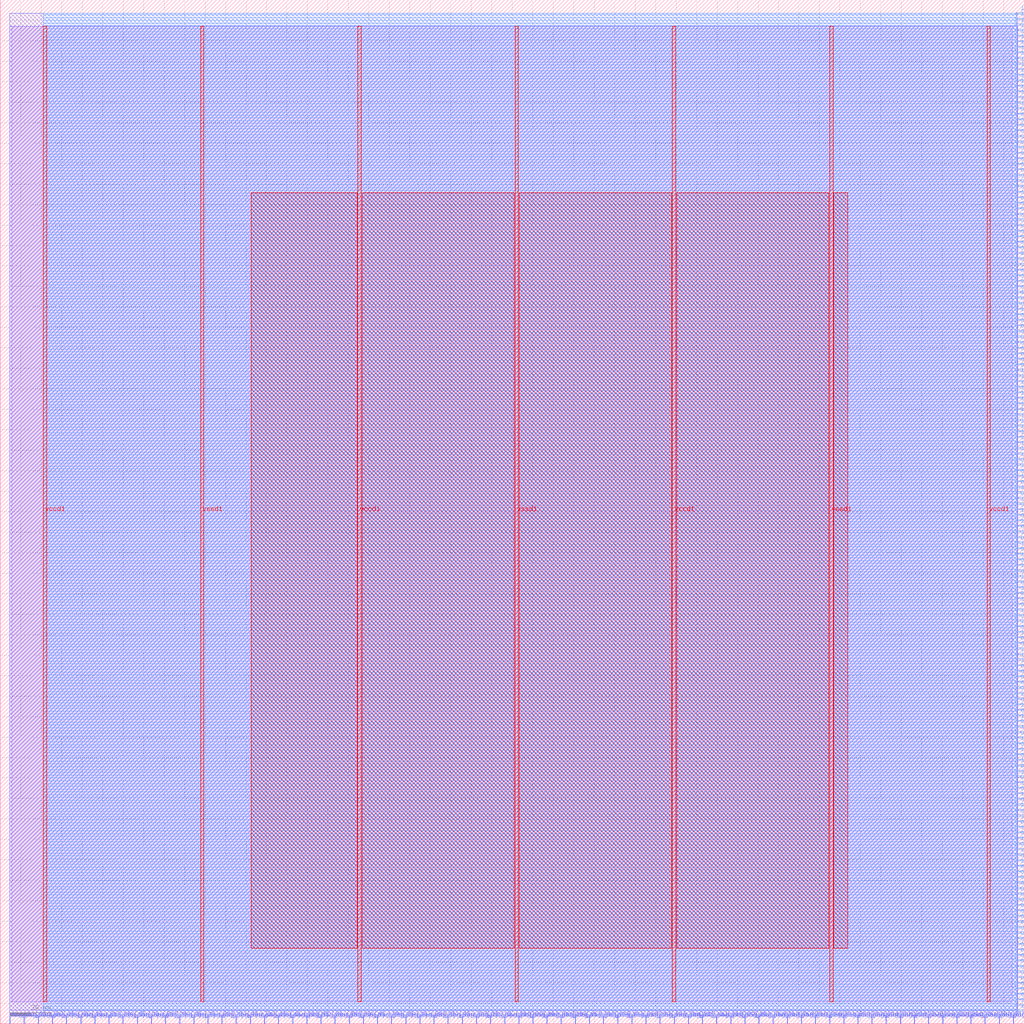
<source format=lef>
VERSION 5.7 ;
  NOWIREEXTENSIONATPIN ON ;
  DIVIDERCHAR "/" ;
  BUSBITCHARS "[]" ;
MACRO core
  CLASS BLOCK ;
  FOREIGN core ;
  ORIGIN 0.000 0.000 ;
  SIZE 500.000 BY 500.000 ;
  PIN dbg_in[0]
    DIRECTION INPUT ;
    USE SIGNAL ;
    PORT
      LAYER met2 ;
        RECT 4.690 0.000 4.970 4.000 ;
    END
  END dbg_in[0]
  PIN dbg_in[1]
    DIRECTION INPUT ;
    USE SIGNAL ;
    PORT
      LAYER met2 ;
        RECT 32.290 0.000 32.570 4.000 ;
    END
  END dbg_in[1]
  PIN dbg_in[2]
    DIRECTION INPUT ;
    USE SIGNAL ;
    PORT
      LAYER met2 ;
        RECT 59.890 0.000 60.170 4.000 ;
    END
  END dbg_in[2]
  PIN dbg_in[3]
    DIRECTION INPUT ;
    USE SIGNAL ;
    PORT
      LAYER met2 ;
        RECT 87.490 0.000 87.770 4.000 ;
    END
  END dbg_in[3]
  PIN dbg_out[0]
    DIRECTION OUTPUT TRISTATE ;
    USE SIGNAL ;
    PORT
      LAYER met2 ;
        RECT 11.590 0.000 11.870 4.000 ;
    END
  END dbg_out[0]
  PIN dbg_out[10]
    DIRECTION OUTPUT TRISTATE ;
    USE SIGNAL ;
    PORT
      LAYER met2 ;
        RECT 239.290 0.000 239.570 4.000 ;
    END
  END dbg_out[10]
  PIN dbg_out[11]
    DIRECTION OUTPUT TRISTATE ;
    USE SIGNAL ;
    PORT
      LAYER met2 ;
        RECT 259.990 0.000 260.270 4.000 ;
    END
  END dbg_out[11]
  PIN dbg_out[12]
    DIRECTION OUTPUT TRISTATE ;
    USE SIGNAL ;
    PORT
      LAYER met2 ;
        RECT 280.690 0.000 280.970 4.000 ;
    END
  END dbg_out[12]
  PIN dbg_out[13]
    DIRECTION OUTPUT TRISTATE ;
    USE SIGNAL ;
    PORT
      LAYER met2 ;
        RECT 301.390 0.000 301.670 4.000 ;
    END
  END dbg_out[13]
  PIN dbg_out[14]
    DIRECTION OUTPUT TRISTATE ;
    USE SIGNAL ;
    PORT
      LAYER met2 ;
        RECT 322.090 0.000 322.370 4.000 ;
    END
  END dbg_out[14]
  PIN dbg_out[15]
    DIRECTION OUTPUT TRISTATE ;
    USE SIGNAL ;
    PORT
      LAYER met2 ;
        RECT 342.790 0.000 343.070 4.000 ;
    END
  END dbg_out[15]
  PIN dbg_out[16]
    DIRECTION OUTPUT TRISTATE ;
    USE SIGNAL ;
    PORT
      LAYER met2 ;
        RECT 363.490 0.000 363.770 4.000 ;
    END
  END dbg_out[16]
  PIN dbg_out[17]
    DIRECTION OUTPUT TRISTATE ;
    USE SIGNAL ;
    PORT
      LAYER met2 ;
        RECT 370.390 0.000 370.670 4.000 ;
    END
  END dbg_out[17]
  PIN dbg_out[18]
    DIRECTION OUTPUT TRISTATE ;
    USE SIGNAL ;
    PORT
      LAYER met2 ;
        RECT 377.290 0.000 377.570 4.000 ;
    END
  END dbg_out[18]
  PIN dbg_out[19]
    DIRECTION OUTPUT TRISTATE ;
    USE SIGNAL ;
    PORT
      LAYER met2 ;
        RECT 384.190 0.000 384.470 4.000 ;
    END
  END dbg_out[19]
  PIN dbg_out[1]
    DIRECTION OUTPUT TRISTATE ;
    USE SIGNAL ;
    PORT
      LAYER met2 ;
        RECT 39.190 0.000 39.470 4.000 ;
    END
  END dbg_out[1]
  PIN dbg_out[20]
    DIRECTION OUTPUT TRISTATE ;
    USE SIGNAL ;
    PORT
      LAYER met2 ;
        RECT 391.090 0.000 391.370 4.000 ;
    END
  END dbg_out[20]
  PIN dbg_out[21]
    DIRECTION OUTPUT TRISTATE ;
    USE SIGNAL ;
    PORT
      LAYER met2 ;
        RECT 397.990 0.000 398.270 4.000 ;
    END
  END dbg_out[21]
  PIN dbg_out[22]
    DIRECTION OUTPUT TRISTATE ;
    USE SIGNAL ;
    PORT
      LAYER met2 ;
        RECT 404.890 0.000 405.170 4.000 ;
    END
  END dbg_out[22]
  PIN dbg_out[23]
    DIRECTION OUTPUT TRISTATE ;
    USE SIGNAL ;
    PORT
      LAYER met2 ;
        RECT 411.790 0.000 412.070 4.000 ;
    END
  END dbg_out[23]
  PIN dbg_out[24]
    DIRECTION OUTPUT TRISTATE ;
    USE SIGNAL ;
    PORT
      LAYER met2 ;
        RECT 418.690 0.000 418.970 4.000 ;
    END
  END dbg_out[24]
  PIN dbg_out[25]
    DIRECTION OUTPUT TRISTATE ;
    USE SIGNAL ;
    PORT
      LAYER met2 ;
        RECT 425.590 0.000 425.870 4.000 ;
    END
  END dbg_out[25]
  PIN dbg_out[26]
    DIRECTION OUTPUT TRISTATE ;
    USE SIGNAL ;
    PORT
      LAYER met2 ;
        RECT 432.490 0.000 432.770 4.000 ;
    END
  END dbg_out[26]
  PIN dbg_out[27]
    DIRECTION OUTPUT TRISTATE ;
    USE SIGNAL ;
    PORT
      LAYER met2 ;
        RECT 439.390 0.000 439.670 4.000 ;
    END
  END dbg_out[27]
  PIN dbg_out[28]
    DIRECTION OUTPUT TRISTATE ;
    USE SIGNAL ;
    PORT
      LAYER met2 ;
        RECT 446.290 0.000 446.570 4.000 ;
    END
  END dbg_out[28]
  PIN dbg_out[29]
    DIRECTION OUTPUT TRISTATE ;
    USE SIGNAL ;
    PORT
      LAYER met2 ;
        RECT 453.190 0.000 453.470 4.000 ;
    END
  END dbg_out[29]
  PIN dbg_out[2]
    DIRECTION OUTPUT TRISTATE ;
    USE SIGNAL ;
    PORT
      LAYER met2 ;
        RECT 66.790 0.000 67.070 4.000 ;
    END
  END dbg_out[2]
  PIN dbg_out[30]
    DIRECTION OUTPUT TRISTATE ;
    USE SIGNAL ;
    PORT
      LAYER met2 ;
        RECT 460.090 0.000 460.370 4.000 ;
    END
  END dbg_out[30]
  PIN dbg_out[31]
    DIRECTION OUTPUT TRISTATE ;
    USE SIGNAL ;
    PORT
      LAYER met2 ;
        RECT 466.990 0.000 467.270 4.000 ;
    END
  END dbg_out[31]
  PIN dbg_out[32]
    DIRECTION OUTPUT TRISTATE ;
    USE SIGNAL ;
    PORT
      LAYER met2 ;
        RECT 473.890 0.000 474.170 4.000 ;
    END
  END dbg_out[32]
  PIN dbg_out[33]
    DIRECTION OUTPUT TRISTATE ;
    USE SIGNAL ;
    PORT
      LAYER met2 ;
        RECT 480.790 0.000 481.070 4.000 ;
    END
  END dbg_out[33]
  PIN dbg_out[34]
    DIRECTION OUTPUT TRISTATE ;
    USE SIGNAL ;
    PORT
      LAYER met2 ;
        RECT 487.690 0.000 487.970 4.000 ;
    END
  END dbg_out[34]
  PIN dbg_out[35]
    DIRECTION OUTPUT TRISTATE ;
    USE SIGNAL ;
    PORT
      LAYER met2 ;
        RECT 494.590 0.000 494.870 4.000 ;
    END
  END dbg_out[35]
  PIN dbg_out[3]
    DIRECTION OUTPUT TRISTATE ;
    USE SIGNAL ;
    PORT
      LAYER met2 ;
        RECT 94.390 0.000 94.670 4.000 ;
    END
  END dbg_out[3]
  PIN dbg_out[4]
    DIRECTION OUTPUT TRISTATE ;
    USE SIGNAL ;
    PORT
      LAYER met2 ;
        RECT 115.090 0.000 115.370 4.000 ;
    END
  END dbg_out[4]
  PIN dbg_out[5]
    DIRECTION OUTPUT TRISTATE ;
    USE SIGNAL ;
    PORT
      LAYER met2 ;
        RECT 135.790 0.000 136.070 4.000 ;
    END
  END dbg_out[5]
  PIN dbg_out[6]
    DIRECTION OUTPUT TRISTATE ;
    USE SIGNAL ;
    PORT
      LAYER met2 ;
        RECT 156.490 0.000 156.770 4.000 ;
    END
  END dbg_out[6]
  PIN dbg_out[7]
    DIRECTION OUTPUT TRISTATE ;
    USE SIGNAL ;
    PORT
      LAYER met2 ;
        RECT 177.190 0.000 177.470 4.000 ;
    END
  END dbg_out[7]
  PIN dbg_out[8]
    DIRECTION OUTPUT TRISTATE ;
    USE SIGNAL ;
    PORT
      LAYER met2 ;
        RECT 197.890 0.000 198.170 4.000 ;
    END
  END dbg_out[8]
  PIN dbg_out[9]
    DIRECTION OUTPUT TRISTATE ;
    USE SIGNAL ;
    PORT
      LAYER met2 ;
        RECT 218.590 0.000 218.870 4.000 ;
    END
  END dbg_out[9]
  PIN dbg_pc[0]
    DIRECTION OUTPUT TRISTATE ;
    USE SIGNAL ;
    PORT
      LAYER met2 ;
        RECT 18.490 0.000 18.770 4.000 ;
    END
  END dbg_pc[0]
  PIN dbg_pc[10]
    DIRECTION OUTPUT TRISTATE ;
    USE SIGNAL ;
    PORT
      LAYER met2 ;
        RECT 246.190 0.000 246.470 4.000 ;
    END
  END dbg_pc[10]
  PIN dbg_pc[11]
    DIRECTION OUTPUT TRISTATE ;
    USE SIGNAL ;
    PORT
      LAYER met2 ;
        RECT 266.890 0.000 267.170 4.000 ;
    END
  END dbg_pc[11]
  PIN dbg_pc[12]
    DIRECTION OUTPUT TRISTATE ;
    USE SIGNAL ;
    PORT
      LAYER met2 ;
        RECT 287.590 0.000 287.870 4.000 ;
    END
  END dbg_pc[12]
  PIN dbg_pc[13]
    DIRECTION OUTPUT TRISTATE ;
    USE SIGNAL ;
    PORT
      LAYER met2 ;
        RECT 308.290 0.000 308.570 4.000 ;
    END
  END dbg_pc[13]
  PIN dbg_pc[14]
    DIRECTION OUTPUT TRISTATE ;
    USE SIGNAL ;
    PORT
      LAYER met2 ;
        RECT 328.990 0.000 329.270 4.000 ;
    END
  END dbg_pc[14]
  PIN dbg_pc[15]
    DIRECTION OUTPUT TRISTATE ;
    USE SIGNAL ;
    PORT
      LAYER met2 ;
        RECT 349.690 0.000 349.970 4.000 ;
    END
  END dbg_pc[15]
  PIN dbg_pc[1]
    DIRECTION OUTPUT TRISTATE ;
    USE SIGNAL ;
    PORT
      LAYER met2 ;
        RECT 46.090 0.000 46.370 4.000 ;
    END
  END dbg_pc[1]
  PIN dbg_pc[2]
    DIRECTION OUTPUT TRISTATE ;
    USE SIGNAL ;
    PORT
      LAYER met2 ;
        RECT 73.690 0.000 73.970 4.000 ;
    END
  END dbg_pc[2]
  PIN dbg_pc[3]
    DIRECTION OUTPUT TRISTATE ;
    USE SIGNAL ;
    PORT
      LAYER met2 ;
        RECT 101.290 0.000 101.570 4.000 ;
    END
  END dbg_pc[3]
  PIN dbg_pc[4]
    DIRECTION OUTPUT TRISTATE ;
    USE SIGNAL ;
    PORT
      LAYER met2 ;
        RECT 121.990 0.000 122.270 4.000 ;
    END
  END dbg_pc[4]
  PIN dbg_pc[5]
    DIRECTION OUTPUT TRISTATE ;
    USE SIGNAL ;
    PORT
      LAYER met2 ;
        RECT 142.690 0.000 142.970 4.000 ;
    END
  END dbg_pc[5]
  PIN dbg_pc[6]
    DIRECTION OUTPUT TRISTATE ;
    USE SIGNAL ;
    PORT
      LAYER met2 ;
        RECT 163.390 0.000 163.670 4.000 ;
    END
  END dbg_pc[6]
  PIN dbg_pc[7]
    DIRECTION OUTPUT TRISTATE ;
    USE SIGNAL ;
    PORT
      LAYER met2 ;
        RECT 184.090 0.000 184.370 4.000 ;
    END
  END dbg_pc[7]
  PIN dbg_pc[8]
    DIRECTION OUTPUT TRISTATE ;
    USE SIGNAL ;
    PORT
      LAYER met2 ;
        RECT 204.790 0.000 205.070 4.000 ;
    END
  END dbg_pc[8]
  PIN dbg_pc[9]
    DIRECTION OUTPUT TRISTATE ;
    USE SIGNAL ;
    PORT
      LAYER met2 ;
        RECT 225.490 0.000 225.770 4.000 ;
    END
  END dbg_pc[9]
  PIN dbg_r0[0]
    DIRECTION OUTPUT TRISTATE ;
    USE SIGNAL ;
    PORT
      LAYER met2 ;
        RECT 25.390 0.000 25.670 4.000 ;
    END
  END dbg_r0[0]
  PIN dbg_r0[10]
    DIRECTION OUTPUT TRISTATE ;
    USE SIGNAL ;
    PORT
      LAYER met2 ;
        RECT 253.090 0.000 253.370 4.000 ;
    END
  END dbg_r0[10]
  PIN dbg_r0[11]
    DIRECTION OUTPUT TRISTATE ;
    USE SIGNAL ;
    PORT
      LAYER met2 ;
        RECT 273.790 0.000 274.070 4.000 ;
    END
  END dbg_r0[11]
  PIN dbg_r0[12]
    DIRECTION OUTPUT TRISTATE ;
    USE SIGNAL ;
    PORT
      LAYER met2 ;
        RECT 294.490 0.000 294.770 4.000 ;
    END
  END dbg_r0[12]
  PIN dbg_r0[13]
    DIRECTION OUTPUT TRISTATE ;
    USE SIGNAL ;
    PORT
      LAYER met2 ;
        RECT 315.190 0.000 315.470 4.000 ;
    END
  END dbg_r0[13]
  PIN dbg_r0[14]
    DIRECTION OUTPUT TRISTATE ;
    USE SIGNAL ;
    PORT
      LAYER met2 ;
        RECT 335.890 0.000 336.170 4.000 ;
    END
  END dbg_r0[14]
  PIN dbg_r0[15]
    DIRECTION OUTPUT TRISTATE ;
    USE SIGNAL ;
    PORT
      LAYER met2 ;
        RECT 356.590 0.000 356.870 4.000 ;
    END
  END dbg_r0[15]
  PIN dbg_r0[1]
    DIRECTION OUTPUT TRISTATE ;
    USE SIGNAL ;
    PORT
      LAYER met2 ;
        RECT 52.990 0.000 53.270 4.000 ;
    END
  END dbg_r0[1]
  PIN dbg_r0[2]
    DIRECTION OUTPUT TRISTATE ;
    USE SIGNAL ;
    PORT
      LAYER met2 ;
        RECT 80.590 0.000 80.870 4.000 ;
    END
  END dbg_r0[2]
  PIN dbg_r0[3]
    DIRECTION OUTPUT TRISTATE ;
    USE SIGNAL ;
    PORT
      LAYER met2 ;
        RECT 108.190 0.000 108.470 4.000 ;
    END
  END dbg_r0[3]
  PIN dbg_r0[4]
    DIRECTION OUTPUT TRISTATE ;
    USE SIGNAL ;
    PORT
      LAYER met2 ;
        RECT 128.890 0.000 129.170 4.000 ;
    END
  END dbg_r0[4]
  PIN dbg_r0[5]
    DIRECTION OUTPUT TRISTATE ;
    USE SIGNAL ;
    PORT
      LAYER met2 ;
        RECT 149.590 0.000 149.870 4.000 ;
    END
  END dbg_r0[5]
  PIN dbg_r0[6]
    DIRECTION OUTPUT TRISTATE ;
    USE SIGNAL ;
    PORT
      LAYER met2 ;
        RECT 170.290 0.000 170.570 4.000 ;
    END
  END dbg_r0[6]
  PIN dbg_r0[7]
    DIRECTION OUTPUT TRISTATE ;
    USE SIGNAL ;
    PORT
      LAYER met2 ;
        RECT 190.990 0.000 191.270 4.000 ;
    END
  END dbg_r0[7]
  PIN dbg_r0[8]
    DIRECTION OUTPUT TRISTATE ;
    USE SIGNAL ;
    PORT
      LAYER met2 ;
        RECT 211.690 0.000 211.970 4.000 ;
    END
  END dbg_r0[8]
  PIN dbg_r0[9]
    DIRECTION OUTPUT TRISTATE ;
    USE SIGNAL ;
    PORT
      LAYER met2 ;
        RECT 232.390 0.000 232.670 4.000 ;
    END
  END dbg_r0[9]
  PIN i_clk
    DIRECTION INPUT ;
    USE SIGNAL ;
    PORT
      LAYER met3 ;
        RECT 496.000 6.160 500.000 6.760 ;
    END
  END i_clk
  PIN i_core_int_sreg[0]
    DIRECTION INPUT ;
    USE SIGNAL ;
    PORT
      LAYER met3 ;
        RECT 496.000 452.240 500.000 452.840 ;
    END
  END i_core_int_sreg[0]
  PIN i_core_int_sreg[10]
    DIRECTION INPUT ;
    USE SIGNAL ;
    PORT
      LAYER met3 ;
        RECT 496.000 479.440 500.000 480.040 ;
    END
  END i_core_int_sreg[10]
  PIN i_core_int_sreg[11]
    DIRECTION INPUT ;
    USE SIGNAL ;
    PORT
      LAYER met3 ;
        RECT 496.000 482.160 500.000 482.760 ;
    END
  END i_core_int_sreg[11]
  PIN i_core_int_sreg[12]
    DIRECTION INPUT ;
    USE SIGNAL ;
    PORT
      LAYER met3 ;
        RECT 496.000 484.880 500.000 485.480 ;
    END
  END i_core_int_sreg[12]
  PIN i_core_int_sreg[13]
    DIRECTION INPUT ;
    USE SIGNAL ;
    PORT
      LAYER met3 ;
        RECT 496.000 487.600 500.000 488.200 ;
    END
  END i_core_int_sreg[13]
  PIN i_core_int_sreg[14]
    DIRECTION INPUT ;
    USE SIGNAL ;
    PORT
      LAYER met3 ;
        RECT 496.000 490.320 500.000 490.920 ;
    END
  END i_core_int_sreg[14]
  PIN i_core_int_sreg[15]
    DIRECTION INPUT ;
    USE SIGNAL ;
    PORT
      LAYER met3 ;
        RECT 496.000 493.040 500.000 493.640 ;
    END
  END i_core_int_sreg[15]
  PIN i_core_int_sreg[1]
    DIRECTION INPUT ;
    USE SIGNAL ;
    PORT
      LAYER met3 ;
        RECT 496.000 454.960 500.000 455.560 ;
    END
  END i_core_int_sreg[1]
  PIN i_core_int_sreg[2]
    DIRECTION INPUT ;
    USE SIGNAL ;
    PORT
      LAYER met3 ;
        RECT 496.000 457.680 500.000 458.280 ;
    END
  END i_core_int_sreg[2]
  PIN i_core_int_sreg[3]
    DIRECTION INPUT ;
    USE SIGNAL ;
    PORT
      LAYER met3 ;
        RECT 496.000 460.400 500.000 461.000 ;
    END
  END i_core_int_sreg[3]
  PIN i_core_int_sreg[4]
    DIRECTION INPUT ;
    USE SIGNAL ;
    PORT
      LAYER met3 ;
        RECT 496.000 463.120 500.000 463.720 ;
    END
  END i_core_int_sreg[4]
  PIN i_core_int_sreg[5]
    DIRECTION INPUT ;
    USE SIGNAL ;
    PORT
      LAYER met3 ;
        RECT 496.000 465.840 500.000 466.440 ;
    END
  END i_core_int_sreg[5]
  PIN i_core_int_sreg[6]
    DIRECTION INPUT ;
    USE SIGNAL ;
    PORT
      LAYER met3 ;
        RECT 496.000 468.560 500.000 469.160 ;
    END
  END i_core_int_sreg[6]
  PIN i_core_int_sreg[7]
    DIRECTION INPUT ;
    USE SIGNAL ;
    PORT
      LAYER met3 ;
        RECT 496.000 471.280 500.000 471.880 ;
    END
  END i_core_int_sreg[7]
  PIN i_core_int_sreg[8]
    DIRECTION INPUT ;
    USE SIGNAL ;
    PORT
      LAYER met3 ;
        RECT 496.000 474.000 500.000 474.600 ;
    END
  END i_core_int_sreg[8]
  PIN i_core_int_sreg[9]
    DIRECTION INPUT ;
    USE SIGNAL ;
    PORT
      LAYER met3 ;
        RECT 496.000 476.720 500.000 477.320 ;
    END
  END i_core_int_sreg[9]
  PIN i_disable
    DIRECTION INPUT ;
    USE SIGNAL ;
    PORT
      LAYER met3 ;
        RECT 496.000 446.800 500.000 447.400 ;
    END
  END i_disable
  PIN i_irq
    DIRECTION INPUT ;
    USE SIGNAL ;
    PORT
      LAYER met3 ;
        RECT 496.000 346.160 500.000 346.760 ;
    END
  END i_irq
  PIN i_mc_core_int
    DIRECTION INPUT ;
    USE SIGNAL ;
    PORT
      LAYER met3 ;
        RECT 496.000 449.520 500.000 450.120 ;
    END
  END i_mc_core_int
  PIN i_mem_ack
    DIRECTION INPUT ;
    USE SIGNAL ;
    PORT
      LAYER met3 ;
        RECT 496.000 174.800 500.000 175.400 ;
    END
  END i_mem_ack
  PIN i_mem_data[0]
    DIRECTION INPUT ;
    USE SIGNAL ;
    PORT
      LAYER met3 ;
        RECT 496.000 76.880 500.000 77.480 ;
    END
  END i_mem_data[0]
  PIN i_mem_data[10]
    DIRECTION INPUT ;
    USE SIGNAL ;
    PORT
      LAYER met3 ;
        RECT 496.000 131.280 500.000 131.880 ;
    END
  END i_mem_data[10]
  PIN i_mem_data[11]
    DIRECTION INPUT ;
    USE SIGNAL ;
    PORT
      LAYER met3 ;
        RECT 496.000 136.720 500.000 137.320 ;
    END
  END i_mem_data[11]
  PIN i_mem_data[12]
    DIRECTION INPUT ;
    USE SIGNAL ;
    PORT
      LAYER met3 ;
        RECT 496.000 142.160 500.000 142.760 ;
    END
  END i_mem_data[12]
  PIN i_mem_data[13]
    DIRECTION INPUT ;
    USE SIGNAL ;
    PORT
      LAYER met3 ;
        RECT 496.000 147.600 500.000 148.200 ;
    END
  END i_mem_data[13]
  PIN i_mem_data[14]
    DIRECTION INPUT ;
    USE SIGNAL ;
    PORT
      LAYER met3 ;
        RECT 496.000 153.040 500.000 153.640 ;
    END
  END i_mem_data[14]
  PIN i_mem_data[15]
    DIRECTION INPUT ;
    USE SIGNAL ;
    PORT
      LAYER met3 ;
        RECT 496.000 158.480 500.000 159.080 ;
    END
  END i_mem_data[15]
  PIN i_mem_data[1]
    DIRECTION INPUT ;
    USE SIGNAL ;
    PORT
      LAYER met3 ;
        RECT 496.000 82.320 500.000 82.920 ;
    END
  END i_mem_data[1]
  PIN i_mem_data[2]
    DIRECTION INPUT ;
    USE SIGNAL ;
    PORT
      LAYER met3 ;
        RECT 496.000 87.760 500.000 88.360 ;
    END
  END i_mem_data[2]
  PIN i_mem_data[3]
    DIRECTION INPUT ;
    USE SIGNAL ;
    PORT
      LAYER met3 ;
        RECT 496.000 93.200 500.000 93.800 ;
    END
  END i_mem_data[3]
  PIN i_mem_data[4]
    DIRECTION INPUT ;
    USE SIGNAL ;
    PORT
      LAYER met3 ;
        RECT 496.000 98.640 500.000 99.240 ;
    END
  END i_mem_data[4]
  PIN i_mem_data[5]
    DIRECTION INPUT ;
    USE SIGNAL ;
    PORT
      LAYER met3 ;
        RECT 496.000 104.080 500.000 104.680 ;
    END
  END i_mem_data[5]
  PIN i_mem_data[6]
    DIRECTION INPUT ;
    USE SIGNAL ;
    PORT
      LAYER met3 ;
        RECT 496.000 109.520 500.000 110.120 ;
    END
  END i_mem_data[6]
  PIN i_mem_data[7]
    DIRECTION INPUT ;
    USE SIGNAL ;
    PORT
      LAYER met3 ;
        RECT 496.000 114.960 500.000 115.560 ;
    END
  END i_mem_data[7]
  PIN i_mem_data[8]
    DIRECTION INPUT ;
    USE SIGNAL ;
    PORT
      LAYER met3 ;
        RECT 496.000 120.400 500.000 121.000 ;
    END
  END i_mem_data[8]
  PIN i_mem_data[9]
    DIRECTION INPUT ;
    USE SIGNAL ;
    PORT
      LAYER met3 ;
        RECT 496.000 125.840 500.000 126.440 ;
    END
  END i_mem_data[9]
  PIN i_mem_exception
    DIRECTION INPUT ;
    USE SIGNAL ;
    PORT
      LAYER met3 ;
        RECT 496.000 177.520 500.000 178.120 ;
    END
  END i_mem_exception
  PIN i_req_data[0]
    DIRECTION INPUT ;
    USE SIGNAL ;
    PORT
      LAYER met3 ;
        RECT 496.000 188.400 500.000 189.000 ;
    END
  END i_req_data[0]
  PIN i_req_data[10]
    DIRECTION INPUT ;
    USE SIGNAL ;
    PORT
      LAYER met3 ;
        RECT 496.000 242.800 500.000 243.400 ;
    END
  END i_req_data[10]
  PIN i_req_data[11]
    DIRECTION INPUT ;
    USE SIGNAL ;
    PORT
      LAYER met3 ;
        RECT 496.000 248.240 500.000 248.840 ;
    END
  END i_req_data[11]
  PIN i_req_data[12]
    DIRECTION INPUT ;
    USE SIGNAL ;
    PORT
      LAYER met3 ;
        RECT 496.000 253.680 500.000 254.280 ;
    END
  END i_req_data[12]
  PIN i_req_data[13]
    DIRECTION INPUT ;
    USE SIGNAL ;
    PORT
      LAYER met3 ;
        RECT 496.000 259.120 500.000 259.720 ;
    END
  END i_req_data[13]
  PIN i_req_data[14]
    DIRECTION INPUT ;
    USE SIGNAL ;
    PORT
      LAYER met3 ;
        RECT 496.000 264.560 500.000 265.160 ;
    END
  END i_req_data[14]
  PIN i_req_data[15]
    DIRECTION INPUT ;
    USE SIGNAL ;
    PORT
      LAYER met3 ;
        RECT 496.000 270.000 500.000 270.600 ;
    END
  END i_req_data[15]
  PIN i_req_data[16]
    DIRECTION INPUT ;
    USE SIGNAL ;
    PORT
      LAYER met3 ;
        RECT 496.000 275.440 500.000 276.040 ;
    END
  END i_req_data[16]
  PIN i_req_data[17]
    DIRECTION INPUT ;
    USE SIGNAL ;
    PORT
      LAYER met3 ;
        RECT 496.000 278.160 500.000 278.760 ;
    END
  END i_req_data[17]
  PIN i_req_data[18]
    DIRECTION INPUT ;
    USE SIGNAL ;
    PORT
      LAYER met3 ;
        RECT 496.000 280.880 500.000 281.480 ;
    END
  END i_req_data[18]
  PIN i_req_data[19]
    DIRECTION INPUT ;
    USE SIGNAL ;
    PORT
      LAYER met3 ;
        RECT 496.000 283.600 500.000 284.200 ;
    END
  END i_req_data[19]
  PIN i_req_data[1]
    DIRECTION INPUT ;
    USE SIGNAL ;
    PORT
      LAYER met3 ;
        RECT 496.000 193.840 500.000 194.440 ;
    END
  END i_req_data[1]
  PIN i_req_data[20]
    DIRECTION INPUT ;
    USE SIGNAL ;
    PORT
      LAYER met3 ;
        RECT 496.000 286.320 500.000 286.920 ;
    END
  END i_req_data[20]
  PIN i_req_data[21]
    DIRECTION INPUT ;
    USE SIGNAL ;
    PORT
      LAYER met3 ;
        RECT 496.000 289.040 500.000 289.640 ;
    END
  END i_req_data[21]
  PIN i_req_data[22]
    DIRECTION INPUT ;
    USE SIGNAL ;
    PORT
      LAYER met3 ;
        RECT 496.000 291.760 500.000 292.360 ;
    END
  END i_req_data[22]
  PIN i_req_data[23]
    DIRECTION INPUT ;
    USE SIGNAL ;
    PORT
      LAYER met3 ;
        RECT 496.000 294.480 500.000 295.080 ;
    END
  END i_req_data[23]
  PIN i_req_data[24]
    DIRECTION INPUT ;
    USE SIGNAL ;
    PORT
      LAYER met3 ;
        RECT 496.000 297.200 500.000 297.800 ;
    END
  END i_req_data[24]
  PIN i_req_data[25]
    DIRECTION INPUT ;
    USE SIGNAL ;
    PORT
      LAYER met3 ;
        RECT 496.000 299.920 500.000 300.520 ;
    END
  END i_req_data[25]
  PIN i_req_data[26]
    DIRECTION INPUT ;
    USE SIGNAL ;
    PORT
      LAYER met3 ;
        RECT 496.000 302.640 500.000 303.240 ;
    END
  END i_req_data[26]
  PIN i_req_data[27]
    DIRECTION INPUT ;
    USE SIGNAL ;
    PORT
      LAYER met3 ;
        RECT 496.000 305.360 500.000 305.960 ;
    END
  END i_req_data[27]
  PIN i_req_data[28]
    DIRECTION INPUT ;
    USE SIGNAL ;
    PORT
      LAYER met3 ;
        RECT 496.000 308.080 500.000 308.680 ;
    END
  END i_req_data[28]
  PIN i_req_data[29]
    DIRECTION INPUT ;
    USE SIGNAL ;
    PORT
      LAYER met3 ;
        RECT 496.000 310.800 500.000 311.400 ;
    END
  END i_req_data[29]
  PIN i_req_data[2]
    DIRECTION INPUT ;
    USE SIGNAL ;
    PORT
      LAYER met3 ;
        RECT 496.000 199.280 500.000 199.880 ;
    END
  END i_req_data[2]
  PIN i_req_data[30]
    DIRECTION INPUT ;
    USE SIGNAL ;
    PORT
      LAYER met3 ;
        RECT 496.000 313.520 500.000 314.120 ;
    END
  END i_req_data[30]
  PIN i_req_data[31]
    DIRECTION INPUT ;
    USE SIGNAL ;
    PORT
      LAYER met3 ;
        RECT 496.000 316.240 500.000 316.840 ;
    END
  END i_req_data[31]
  PIN i_req_data[3]
    DIRECTION INPUT ;
    USE SIGNAL ;
    PORT
      LAYER met3 ;
        RECT 496.000 204.720 500.000 205.320 ;
    END
  END i_req_data[3]
  PIN i_req_data[4]
    DIRECTION INPUT ;
    USE SIGNAL ;
    PORT
      LAYER met3 ;
        RECT 496.000 210.160 500.000 210.760 ;
    END
  END i_req_data[4]
  PIN i_req_data[5]
    DIRECTION INPUT ;
    USE SIGNAL ;
    PORT
      LAYER met3 ;
        RECT 496.000 215.600 500.000 216.200 ;
    END
  END i_req_data[5]
  PIN i_req_data[6]
    DIRECTION INPUT ;
    USE SIGNAL ;
    PORT
      LAYER met3 ;
        RECT 496.000 221.040 500.000 221.640 ;
    END
  END i_req_data[6]
  PIN i_req_data[7]
    DIRECTION INPUT ;
    USE SIGNAL ;
    PORT
      LAYER met3 ;
        RECT 496.000 226.480 500.000 227.080 ;
    END
  END i_req_data[7]
  PIN i_req_data[8]
    DIRECTION INPUT ;
    USE SIGNAL ;
    PORT
      LAYER met3 ;
        RECT 496.000 231.920 500.000 232.520 ;
    END
  END i_req_data[8]
  PIN i_req_data[9]
    DIRECTION INPUT ;
    USE SIGNAL ;
    PORT
      LAYER met3 ;
        RECT 496.000 237.360 500.000 237.960 ;
    END
  END i_req_data[9]
  PIN i_req_data_valid
    DIRECTION INPUT ;
    USE SIGNAL ;
    PORT
      LAYER met3 ;
        RECT 496.000 180.240 500.000 180.840 ;
    END
  END i_req_data_valid
  PIN i_rst
    DIRECTION INPUT ;
    USE SIGNAL ;
    PORT
      LAYER met3 ;
        RECT 496.000 8.880 500.000 9.480 ;
    END
  END i_rst
  PIN o_c_data_page
    DIRECTION OUTPUT TRISTATE ;
    USE SIGNAL ;
    PORT
      LAYER met3 ;
        RECT 496.000 348.880 500.000 349.480 ;
    END
  END o_c_data_page
  PIN o_c_instr_long
    DIRECTION OUTPUT TRISTATE ;
    USE SIGNAL ;
    PORT
      LAYER met3 ;
        RECT 496.000 318.960 500.000 319.560 ;
    END
  END o_c_instr_long
  PIN o_c_instr_page
    DIRECTION OUTPUT TRISTATE ;
    USE SIGNAL ;
    PORT
      LAYER met3 ;
        RECT 496.000 351.600 500.000 352.200 ;
    END
  END o_c_instr_page
  PIN o_icache_flush
    DIRECTION OUTPUT TRISTATE ;
    USE SIGNAL ;
    PORT
      LAYER met3 ;
        RECT 496.000 444.080 500.000 444.680 ;
    END
  END o_icache_flush
  PIN o_instr_long_addr[0]
    DIRECTION OUTPUT TRISTATE ;
    USE SIGNAL ;
    PORT
      LAYER met3 ;
        RECT 496.000 324.400 500.000 325.000 ;
    END
  END o_instr_long_addr[0]
  PIN o_instr_long_addr[1]
    DIRECTION OUTPUT TRISTATE ;
    USE SIGNAL ;
    PORT
      LAYER met3 ;
        RECT 496.000 327.120 500.000 327.720 ;
    END
  END o_instr_long_addr[1]
  PIN o_instr_long_addr[2]
    DIRECTION OUTPUT TRISTATE ;
    USE SIGNAL ;
    PORT
      LAYER met3 ;
        RECT 496.000 329.840 500.000 330.440 ;
    END
  END o_instr_long_addr[2]
  PIN o_instr_long_addr[3]
    DIRECTION OUTPUT TRISTATE ;
    USE SIGNAL ;
    PORT
      LAYER met3 ;
        RECT 496.000 332.560 500.000 333.160 ;
    END
  END o_instr_long_addr[3]
  PIN o_instr_long_addr[4]
    DIRECTION OUTPUT TRISTATE ;
    USE SIGNAL ;
    PORT
      LAYER met3 ;
        RECT 496.000 335.280 500.000 335.880 ;
    END
  END o_instr_long_addr[4]
  PIN o_instr_long_addr[5]
    DIRECTION OUTPUT TRISTATE ;
    USE SIGNAL ;
    PORT
      LAYER met3 ;
        RECT 496.000 338.000 500.000 338.600 ;
    END
  END o_instr_long_addr[5]
  PIN o_instr_long_addr[6]
    DIRECTION OUTPUT TRISTATE ;
    USE SIGNAL ;
    PORT
      LAYER met3 ;
        RECT 496.000 340.720 500.000 341.320 ;
    END
  END o_instr_long_addr[6]
  PIN o_instr_long_addr[7]
    DIRECTION OUTPUT TRISTATE ;
    USE SIGNAL ;
    PORT
      LAYER met3 ;
        RECT 496.000 343.440 500.000 344.040 ;
    END
  END o_instr_long_addr[7]
  PIN o_mem_addr[0]
    DIRECTION OUTPUT TRISTATE ;
    USE SIGNAL ;
    PORT
      LAYER met3 ;
        RECT 496.000 11.600 500.000 12.200 ;
    END
  END o_mem_addr[0]
  PIN o_mem_addr[10]
    DIRECTION OUTPUT TRISTATE ;
    USE SIGNAL ;
    PORT
      LAYER met3 ;
        RECT 496.000 60.560 500.000 61.160 ;
    END
  END o_mem_addr[10]
  PIN o_mem_addr[11]
    DIRECTION OUTPUT TRISTATE ;
    USE SIGNAL ;
    PORT
      LAYER met3 ;
        RECT 496.000 63.280 500.000 63.880 ;
    END
  END o_mem_addr[11]
  PIN o_mem_addr[12]
    DIRECTION OUTPUT TRISTATE ;
    USE SIGNAL ;
    PORT
      LAYER met3 ;
        RECT 496.000 66.000 500.000 66.600 ;
    END
  END o_mem_addr[12]
  PIN o_mem_addr[13]
    DIRECTION OUTPUT TRISTATE ;
    USE SIGNAL ;
    PORT
      LAYER met3 ;
        RECT 496.000 68.720 500.000 69.320 ;
    END
  END o_mem_addr[13]
  PIN o_mem_addr[14]
    DIRECTION OUTPUT TRISTATE ;
    USE SIGNAL ;
    PORT
      LAYER met3 ;
        RECT 496.000 71.440 500.000 72.040 ;
    END
  END o_mem_addr[14]
  PIN o_mem_addr[15]
    DIRECTION OUTPUT TRISTATE ;
    USE SIGNAL ;
    PORT
      LAYER met3 ;
        RECT 496.000 74.160 500.000 74.760 ;
    END
  END o_mem_addr[15]
  PIN o_mem_addr[1]
    DIRECTION OUTPUT TRISTATE ;
    USE SIGNAL ;
    PORT
      LAYER met3 ;
        RECT 496.000 17.040 500.000 17.640 ;
    END
  END o_mem_addr[1]
  PIN o_mem_addr[2]
    DIRECTION OUTPUT TRISTATE ;
    USE SIGNAL ;
    PORT
      LAYER met3 ;
        RECT 496.000 22.480 500.000 23.080 ;
    END
  END o_mem_addr[2]
  PIN o_mem_addr[3]
    DIRECTION OUTPUT TRISTATE ;
    USE SIGNAL ;
    PORT
      LAYER met3 ;
        RECT 496.000 27.920 500.000 28.520 ;
    END
  END o_mem_addr[3]
  PIN o_mem_addr[4]
    DIRECTION OUTPUT TRISTATE ;
    USE SIGNAL ;
    PORT
      LAYER met3 ;
        RECT 496.000 33.360 500.000 33.960 ;
    END
  END o_mem_addr[4]
  PIN o_mem_addr[5]
    DIRECTION OUTPUT TRISTATE ;
    USE SIGNAL ;
    PORT
      LAYER met3 ;
        RECT 496.000 38.800 500.000 39.400 ;
    END
  END o_mem_addr[5]
  PIN o_mem_addr[6]
    DIRECTION OUTPUT TRISTATE ;
    USE SIGNAL ;
    PORT
      LAYER met3 ;
        RECT 496.000 44.240 500.000 44.840 ;
    END
  END o_mem_addr[6]
  PIN o_mem_addr[7]
    DIRECTION OUTPUT TRISTATE ;
    USE SIGNAL ;
    PORT
      LAYER met3 ;
        RECT 496.000 49.680 500.000 50.280 ;
    END
  END o_mem_addr[7]
  PIN o_mem_addr[8]
    DIRECTION OUTPUT TRISTATE ;
    USE SIGNAL ;
    PORT
      LAYER met3 ;
        RECT 496.000 55.120 500.000 55.720 ;
    END
  END o_mem_addr[8]
  PIN o_mem_addr[9]
    DIRECTION OUTPUT TRISTATE ;
    USE SIGNAL ;
    PORT
      LAYER met3 ;
        RECT 496.000 57.840 500.000 58.440 ;
    END
  END o_mem_addr[9]
  PIN o_mem_addr_high[0]
    DIRECTION OUTPUT TRISTATE ;
    USE SIGNAL ;
    PORT
      LAYER met3 ;
        RECT 496.000 14.320 500.000 14.920 ;
    END
  END o_mem_addr_high[0]
  PIN o_mem_addr_high[1]
    DIRECTION OUTPUT TRISTATE ;
    USE SIGNAL ;
    PORT
      LAYER met3 ;
        RECT 496.000 19.760 500.000 20.360 ;
    END
  END o_mem_addr_high[1]
  PIN o_mem_addr_high[2]
    DIRECTION OUTPUT TRISTATE ;
    USE SIGNAL ;
    PORT
      LAYER met3 ;
        RECT 496.000 25.200 500.000 25.800 ;
    END
  END o_mem_addr_high[2]
  PIN o_mem_addr_high[3]
    DIRECTION OUTPUT TRISTATE ;
    USE SIGNAL ;
    PORT
      LAYER met3 ;
        RECT 496.000 30.640 500.000 31.240 ;
    END
  END o_mem_addr_high[3]
  PIN o_mem_addr_high[4]
    DIRECTION OUTPUT TRISTATE ;
    USE SIGNAL ;
    PORT
      LAYER met3 ;
        RECT 496.000 36.080 500.000 36.680 ;
    END
  END o_mem_addr_high[4]
  PIN o_mem_addr_high[5]
    DIRECTION OUTPUT TRISTATE ;
    USE SIGNAL ;
    PORT
      LAYER met3 ;
        RECT 496.000 41.520 500.000 42.120 ;
    END
  END o_mem_addr_high[5]
  PIN o_mem_addr_high[6]
    DIRECTION OUTPUT TRISTATE ;
    USE SIGNAL ;
    PORT
      LAYER met3 ;
        RECT 496.000 46.960 500.000 47.560 ;
    END
  END o_mem_addr_high[6]
  PIN o_mem_addr_high[7]
    DIRECTION OUTPUT TRISTATE ;
    USE SIGNAL ;
    PORT
      LAYER met3 ;
        RECT 496.000 52.400 500.000 53.000 ;
    END
  END o_mem_addr_high[7]
  PIN o_mem_data[0]
    DIRECTION OUTPUT TRISTATE ;
    USE SIGNAL ;
    PORT
      LAYER met3 ;
        RECT 496.000 79.600 500.000 80.200 ;
    END
  END o_mem_data[0]
  PIN o_mem_data[10]
    DIRECTION OUTPUT TRISTATE ;
    USE SIGNAL ;
    PORT
      LAYER met3 ;
        RECT 496.000 134.000 500.000 134.600 ;
    END
  END o_mem_data[10]
  PIN o_mem_data[11]
    DIRECTION OUTPUT TRISTATE ;
    USE SIGNAL ;
    PORT
      LAYER met3 ;
        RECT 496.000 139.440 500.000 140.040 ;
    END
  END o_mem_data[11]
  PIN o_mem_data[12]
    DIRECTION OUTPUT TRISTATE ;
    USE SIGNAL ;
    PORT
      LAYER met3 ;
        RECT 496.000 144.880 500.000 145.480 ;
    END
  END o_mem_data[12]
  PIN o_mem_data[13]
    DIRECTION OUTPUT TRISTATE ;
    USE SIGNAL ;
    PORT
      LAYER met3 ;
        RECT 496.000 150.320 500.000 150.920 ;
    END
  END o_mem_data[13]
  PIN o_mem_data[14]
    DIRECTION OUTPUT TRISTATE ;
    USE SIGNAL ;
    PORT
      LAYER met3 ;
        RECT 496.000 155.760 500.000 156.360 ;
    END
  END o_mem_data[14]
  PIN o_mem_data[15]
    DIRECTION OUTPUT TRISTATE ;
    USE SIGNAL ;
    PORT
      LAYER met3 ;
        RECT 496.000 161.200 500.000 161.800 ;
    END
  END o_mem_data[15]
  PIN o_mem_data[1]
    DIRECTION OUTPUT TRISTATE ;
    USE SIGNAL ;
    PORT
      LAYER met3 ;
        RECT 496.000 85.040 500.000 85.640 ;
    END
  END o_mem_data[1]
  PIN o_mem_data[2]
    DIRECTION OUTPUT TRISTATE ;
    USE SIGNAL ;
    PORT
      LAYER met3 ;
        RECT 496.000 90.480 500.000 91.080 ;
    END
  END o_mem_data[2]
  PIN o_mem_data[3]
    DIRECTION OUTPUT TRISTATE ;
    USE SIGNAL ;
    PORT
      LAYER met3 ;
        RECT 496.000 95.920 500.000 96.520 ;
    END
  END o_mem_data[3]
  PIN o_mem_data[4]
    DIRECTION OUTPUT TRISTATE ;
    USE SIGNAL ;
    PORT
      LAYER met3 ;
        RECT 496.000 101.360 500.000 101.960 ;
    END
  END o_mem_data[4]
  PIN o_mem_data[5]
    DIRECTION OUTPUT TRISTATE ;
    USE SIGNAL ;
    PORT
      LAYER met3 ;
        RECT 496.000 106.800 500.000 107.400 ;
    END
  END o_mem_data[5]
  PIN o_mem_data[6]
    DIRECTION OUTPUT TRISTATE ;
    USE SIGNAL ;
    PORT
      LAYER met3 ;
        RECT 496.000 112.240 500.000 112.840 ;
    END
  END o_mem_data[6]
  PIN o_mem_data[7]
    DIRECTION OUTPUT TRISTATE ;
    USE SIGNAL ;
    PORT
      LAYER met3 ;
        RECT 496.000 117.680 500.000 118.280 ;
    END
  END o_mem_data[7]
  PIN o_mem_data[8]
    DIRECTION OUTPUT TRISTATE ;
    USE SIGNAL ;
    PORT
      LAYER met3 ;
        RECT 496.000 123.120 500.000 123.720 ;
    END
  END o_mem_data[8]
  PIN o_mem_data[9]
    DIRECTION OUTPUT TRISTATE ;
    USE SIGNAL ;
    PORT
      LAYER met3 ;
        RECT 496.000 128.560 500.000 129.160 ;
    END
  END o_mem_data[9]
  PIN o_mem_long
    DIRECTION OUTPUT TRISTATE ;
    USE SIGNAL ;
    PORT
      LAYER met3 ;
        RECT 496.000 321.680 500.000 322.280 ;
    END
  END o_mem_long
  PIN o_mem_req
    DIRECTION OUTPUT TRISTATE ;
    USE SIGNAL ;
    PORT
      LAYER met3 ;
        RECT 496.000 163.920 500.000 164.520 ;
    END
  END o_mem_req
  PIN o_mem_sel[0]
    DIRECTION OUTPUT TRISTATE ;
    USE SIGNAL ;
    PORT
      LAYER met3 ;
        RECT 496.000 169.360 500.000 169.960 ;
    END
  END o_mem_sel[0]
  PIN o_mem_sel[1]
    DIRECTION OUTPUT TRISTATE ;
    USE SIGNAL ;
    PORT
      LAYER met3 ;
        RECT 496.000 172.080 500.000 172.680 ;
    END
  END o_mem_sel[1]
  PIN o_mem_we
    DIRECTION OUTPUT TRISTATE ;
    USE SIGNAL ;
    PORT
      LAYER met3 ;
        RECT 496.000 166.640 500.000 167.240 ;
    END
  END o_mem_we
  PIN o_req_active
    DIRECTION OUTPUT TRISTATE ;
    USE SIGNAL ;
    PORT
      LAYER met3 ;
        RECT 496.000 182.960 500.000 183.560 ;
    END
  END o_req_active
  PIN o_req_addr[0]
    DIRECTION OUTPUT TRISTATE ;
    USE SIGNAL ;
    PORT
      LAYER met3 ;
        RECT 496.000 191.120 500.000 191.720 ;
    END
  END o_req_addr[0]
  PIN o_req_addr[10]
    DIRECTION OUTPUT TRISTATE ;
    USE SIGNAL ;
    PORT
      LAYER met3 ;
        RECT 496.000 245.520 500.000 246.120 ;
    END
  END o_req_addr[10]
  PIN o_req_addr[11]
    DIRECTION OUTPUT TRISTATE ;
    USE SIGNAL ;
    PORT
      LAYER met3 ;
        RECT 496.000 250.960 500.000 251.560 ;
    END
  END o_req_addr[11]
  PIN o_req_addr[12]
    DIRECTION OUTPUT TRISTATE ;
    USE SIGNAL ;
    PORT
      LAYER met3 ;
        RECT 496.000 256.400 500.000 257.000 ;
    END
  END o_req_addr[12]
  PIN o_req_addr[13]
    DIRECTION OUTPUT TRISTATE ;
    USE SIGNAL ;
    PORT
      LAYER met3 ;
        RECT 496.000 261.840 500.000 262.440 ;
    END
  END o_req_addr[13]
  PIN o_req_addr[14]
    DIRECTION OUTPUT TRISTATE ;
    USE SIGNAL ;
    PORT
      LAYER met3 ;
        RECT 496.000 267.280 500.000 267.880 ;
    END
  END o_req_addr[14]
  PIN o_req_addr[15]
    DIRECTION OUTPUT TRISTATE ;
    USE SIGNAL ;
    PORT
      LAYER met3 ;
        RECT 496.000 272.720 500.000 273.320 ;
    END
  END o_req_addr[15]
  PIN o_req_addr[1]
    DIRECTION OUTPUT TRISTATE ;
    USE SIGNAL ;
    PORT
      LAYER met3 ;
        RECT 496.000 196.560 500.000 197.160 ;
    END
  END o_req_addr[1]
  PIN o_req_addr[2]
    DIRECTION OUTPUT TRISTATE ;
    USE SIGNAL ;
    PORT
      LAYER met3 ;
        RECT 496.000 202.000 500.000 202.600 ;
    END
  END o_req_addr[2]
  PIN o_req_addr[3]
    DIRECTION OUTPUT TRISTATE ;
    USE SIGNAL ;
    PORT
      LAYER met3 ;
        RECT 496.000 207.440 500.000 208.040 ;
    END
  END o_req_addr[3]
  PIN o_req_addr[4]
    DIRECTION OUTPUT TRISTATE ;
    USE SIGNAL ;
    PORT
      LAYER met3 ;
        RECT 496.000 212.880 500.000 213.480 ;
    END
  END o_req_addr[4]
  PIN o_req_addr[5]
    DIRECTION OUTPUT TRISTATE ;
    USE SIGNAL ;
    PORT
      LAYER met3 ;
        RECT 496.000 218.320 500.000 218.920 ;
    END
  END o_req_addr[5]
  PIN o_req_addr[6]
    DIRECTION OUTPUT TRISTATE ;
    USE SIGNAL ;
    PORT
      LAYER met3 ;
        RECT 496.000 223.760 500.000 224.360 ;
    END
  END o_req_addr[6]
  PIN o_req_addr[7]
    DIRECTION OUTPUT TRISTATE ;
    USE SIGNAL ;
    PORT
      LAYER met3 ;
        RECT 496.000 229.200 500.000 229.800 ;
    END
  END o_req_addr[7]
  PIN o_req_addr[8]
    DIRECTION OUTPUT TRISTATE ;
    USE SIGNAL ;
    PORT
      LAYER met3 ;
        RECT 496.000 234.640 500.000 235.240 ;
    END
  END o_req_addr[8]
  PIN o_req_addr[9]
    DIRECTION OUTPUT TRISTATE ;
    USE SIGNAL ;
    PORT
      LAYER met3 ;
        RECT 496.000 240.080 500.000 240.680 ;
    END
  END o_req_addr[9]
  PIN o_req_ppl_submit
    DIRECTION OUTPUT TRISTATE ;
    USE SIGNAL ;
    PORT
      LAYER met3 ;
        RECT 496.000 185.680 500.000 186.280 ;
    END
  END o_req_ppl_submit
  PIN sr_bus_addr[0]
    DIRECTION OUTPUT TRISTATE ;
    USE SIGNAL ;
    PORT
      LAYER met3 ;
        RECT 496.000 357.040 500.000 357.640 ;
    END
  END sr_bus_addr[0]
  PIN sr_bus_addr[10]
    DIRECTION OUTPUT TRISTATE ;
    USE SIGNAL ;
    PORT
      LAYER met3 ;
        RECT 496.000 411.440 500.000 412.040 ;
    END
  END sr_bus_addr[10]
  PIN sr_bus_addr[11]
    DIRECTION OUTPUT TRISTATE ;
    USE SIGNAL ;
    PORT
      LAYER met3 ;
        RECT 496.000 416.880 500.000 417.480 ;
    END
  END sr_bus_addr[11]
  PIN sr_bus_addr[12]
    DIRECTION OUTPUT TRISTATE ;
    USE SIGNAL ;
    PORT
      LAYER met3 ;
        RECT 496.000 422.320 500.000 422.920 ;
    END
  END sr_bus_addr[12]
  PIN sr_bus_addr[13]
    DIRECTION OUTPUT TRISTATE ;
    USE SIGNAL ;
    PORT
      LAYER met3 ;
        RECT 496.000 427.760 500.000 428.360 ;
    END
  END sr_bus_addr[13]
  PIN sr_bus_addr[14]
    DIRECTION OUTPUT TRISTATE ;
    USE SIGNAL ;
    PORT
      LAYER met3 ;
        RECT 496.000 433.200 500.000 433.800 ;
    END
  END sr_bus_addr[14]
  PIN sr_bus_addr[15]
    DIRECTION OUTPUT TRISTATE ;
    USE SIGNAL ;
    PORT
      LAYER met3 ;
        RECT 496.000 438.640 500.000 439.240 ;
    END
  END sr_bus_addr[15]
  PIN sr_bus_addr[1]
    DIRECTION OUTPUT TRISTATE ;
    USE SIGNAL ;
    PORT
      LAYER met3 ;
        RECT 496.000 362.480 500.000 363.080 ;
    END
  END sr_bus_addr[1]
  PIN sr_bus_addr[2]
    DIRECTION OUTPUT TRISTATE ;
    USE SIGNAL ;
    PORT
      LAYER met3 ;
        RECT 496.000 367.920 500.000 368.520 ;
    END
  END sr_bus_addr[2]
  PIN sr_bus_addr[3]
    DIRECTION OUTPUT TRISTATE ;
    USE SIGNAL ;
    PORT
      LAYER met3 ;
        RECT 496.000 373.360 500.000 373.960 ;
    END
  END sr_bus_addr[3]
  PIN sr_bus_addr[4]
    DIRECTION OUTPUT TRISTATE ;
    USE SIGNAL ;
    PORT
      LAYER met3 ;
        RECT 496.000 378.800 500.000 379.400 ;
    END
  END sr_bus_addr[4]
  PIN sr_bus_addr[5]
    DIRECTION OUTPUT TRISTATE ;
    USE SIGNAL ;
    PORT
      LAYER met3 ;
        RECT 496.000 384.240 500.000 384.840 ;
    END
  END sr_bus_addr[5]
  PIN sr_bus_addr[6]
    DIRECTION OUTPUT TRISTATE ;
    USE SIGNAL ;
    PORT
      LAYER met3 ;
        RECT 496.000 389.680 500.000 390.280 ;
    END
  END sr_bus_addr[6]
  PIN sr_bus_addr[7]
    DIRECTION OUTPUT TRISTATE ;
    USE SIGNAL ;
    PORT
      LAYER met3 ;
        RECT 496.000 395.120 500.000 395.720 ;
    END
  END sr_bus_addr[7]
  PIN sr_bus_addr[8]
    DIRECTION OUTPUT TRISTATE ;
    USE SIGNAL ;
    PORT
      LAYER met3 ;
        RECT 496.000 400.560 500.000 401.160 ;
    END
  END sr_bus_addr[8]
  PIN sr_bus_addr[9]
    DIRECTION OUTPUT TRISTATE ;
    USE SIGNAL ;
    PORT
      LAYER met3 ;
        RECT 496.000 406.000 500.000 406.600 ;
    END
  END sr_bus_addr[9]
  PIN sr_bus_data_o[0]
    DIRECTION OUTPUT TRISTATE ;
    USE SIGNAL ;
    PORT
      LAYER met3 ;
        RECT 496.000 359.760 500.000 360.360 ;
    END
  END sr_bus_data_o[0]
  PIN sr_bus_data_o[10]
    DIRECTION OUTPUT TRISTATE ;
    USE SIGNAL ;
    PORT
      LAYER met3 ;
        RECT 496.000 414.160 500.000 414.760 ;
    END
  END sr_bus_data_o[10]
  PIN sr_bus_data_o[11]
    DIRECTION OUTPUT TRISTATE ;
    USE SIGNAL ;
    PORT
      LAYER met3 ;
        RECT 496.000 419.600 500.000 420.200 ;
    END
  END sr_bus_data_o[11]
  PIN sr_bus_data_o[12]
    DIRECTION OUTPUT TRISTATE ;
    USE SIGNAL ;
    PORT
      LAYER met3 ;
        RECT 496.000 425.040 500.000 425.640 ;
    END
  END sr_bus_data_o[12]
  PIN sr_bus_data_o[13]
    DIRECTION OUTPUT TRISTATE ;
    USE SIGNAL ;
    PORT
      LAYER met3 ;
        RECT 496.000 430.480 500.000 431.080 ;
    END
  END sr_bus_data_o[13]
  PIN sr_bus_data_o[14]
    DIRECTION OUTPUT TRISTATE ;
    USE SIGNAL ;
    PORT
      LAYER met3 ;
        RECT 496.000 435.920 500.000 436.520 ;
    END
  END sr_bus_data_o[14]
  PIN sr_bus_data_o[15]
    DIRECTION OUTPUT TRISTATE ;
    USE SIGNAL ;
    PORT
      LAYER met3 ;
        RECT 496.000 441.360 500.000 441.960 ;
    END
  END sr_bus_data_o[15]
  PIN sr_bus_data_o[1]
    DIRECTION OUTPUT TRISTATE ;
    USE SIGNAL ;
    PORT
      LAYER met3 ;
        RECT 496.000 365.200 500.000 365.800 ;
    END
  END sr_bus_data_o[1]
  PIN sr_bus_data_o[2]
    DIRECTION OUTPUT TRISTATE ;
    USE SIGNAL ;
    PORT
      LAYER met3 ;
        RECT 496.000 370.640 500.000 371.240 ;
    END
  END sr_bus_data_o[2]
  PIN sr_bus_data_o[3]
    DIRECTION OUTPUT TRISTATE ;
    USE SIGNAL ;
    PORT
      LAYER met3 ;
        RECT 496.000 376.080 500.000 376.680 ;
    END
  END sr_bus_data_o[3]
  PIN sr_bus_data_o[4]
    DIRECTION OUTPUT TRISTATE ;
    USE SIGNAL ;
    PORT
      LAYER met3 ;
        RECT 496.000 381.520 500.000 382.120 ;
    END
  END sr_bus_data_o[4]
  PIN sr_bus_data_o[5]
    DIRECTION OUTPUT TRISTATE ;
    USE SIGNAL ;
    PORT
      LAYER met3 ;
        RECT 496.000 386.960 500.000 387.560 ;
    END
  END sr_bus_data_o[5]
  PIN sr_bus_data_o[6]
    DIRECTION OUTPUT TRISTATE ;
    USE SIGNAL ;
    PORT
      LAYER met3 ;
        RECT 496.000 392.400 500.000 393.000 ;
    END
  END sr_bus_data_o[6]
  PIN sr_bus_data_o[7]
    DIRECTION OUTPUT TRISTATE ;
    USE SIGNAL ;
    PORT
      LAYER met3 ;
        RECT 496.000 397.840 500.000 398.440 ;
    END
  END sr_bus_data_o[7]
  PIN sr_bus_data_o[8]
    DIRECTION OUTPUT TRISTATE ;
    USE SIGNAL ;
    PORT
      LAYER met3 ;
        RECT 496.000 403.280 500.000 403.880 ;
    END
  END sr_bus_data_o[8]
  PIN sr_bus_data_o[9]
    DIRECTION OUTPUT TRISTATE ;
    USE SIGNAL ;
    PORT
      LAYER met3 ;
        RECT 496.000 408.720 500.000 409.320 ;
    END
  END sr_bus_data_o[9]
  PIN sr_bus_we
    DIRECTION OUTPUT TRISTATE ;
    USE SIGNAL ;
    PORT
      LAYER met3 ;
        RECT 496.000 354.320 500.000 354.920 ;
    END
  END sr_bus_we
  PIN vccd1
    DIRECTION INOUT ;
    USE POWER ;
    PORT
      LAYER met4 ;
        RECT 21.040 10.640 22.640 487.120 ;
    END
    PORT
      LAYER met4 ;
        RECT 174.640 10.640 176.240 487.120 ;
    END
    PORT
      LAYER met4 ;
        RECT 328.240 10.640 329.840 487.120 ;
    END
    PORT
      LAYER met4 ;
        RECT 481.840 10.640 483.440 487.120 ;
    END
  END vccd1
  PIN vssd1
    DIRECTION INOUT ;
    USE GROUND ;
    PORT
      LAYER met4 ;
        RECT 97.840 10.640 99.440 487.120 ;
    END
    PORT
      LAYER met4 ;
        RECT 251.440 10.640 253.040 487.120 ;
    END
    PORT
      LAYER met4 ;
        RECT 405.040 10.640 406.640 487.120 ;
    END
  END vssd1
  OBS
      LAYER li1 ;
        RECT 5.520 10.795 494.040 486.965 ;
      LAYER met1 ;
        RECT 4.670 6.500 496.730 487.120 ;
      LAYER met2 ;
        RECT 4.700 4.280 496.700 493.525 ;
        RECT 5.250 3.670 11.310 4.280 ;
        RECT 12.150 3.670 18.210 4.280 ;
        RECT 19.050 3.670 25.110 4.280 ;
        RECT 25.950 3.670 32.010 4.280 ;
        RECT 32.850 3.670 38.910 4.280 ;
        RECT 39.750 3.670 45.810 4.280 ;
        RECT 46.650 3.670 52.710 4.280 ;
        RECT 53.550 3.670 59.610 4.280 ;
        RECT 60.450 3.670 66.510 4.280 ;
        RECT 67.350 3.670 73.410 4.280 ;
        RECT 74.250 3.670 80.310 4.280 ;
        RECT 81.150 3.670 87.210 4.280 ;
        RECT 88.050 3.670 94.110 4.280 ;
        RECT 94.950 3.670 101.010 4.280 ;
        RECT 101.850 3.670 107.910 4.280 ;
        RECT 108.750 3.670 114.810 4.280 ;
        RECT 115.650 3.670 121.710 4.280 ;
        RECT 122.550 3.670 128.610 4.280 ;
        RECT 129.450 3.670 135.510 4.280 ;
        RECT 136.350 3.670 142.410 4.280 ;
        RECT 143.250 3.670 149.310 4.280 ;
        RECT 150.150 3.670 156.210 4.280 ;
        RECT 157.050 3.670 163.110 4.280 ;
        RECT 163.950 3.670 170.010 4.280 ;
        RECT 170.850 3.670 176.910 4.280 ;
        RECT 177.750 3.670 183.810 4.280 ;
        RECT 184.650 3.670 190.710 4.280 ;
        RECT 191.550 3.670 197.610 4.280 ;
        RECT 198.450 3.670 204.510 4.280 ;
        RECT 205.350 3.670 211.410 4.280 ;
        RECT 212.250 3.670 218.310 4.280 ;
        RECT 219.150 3.670 225.210 4.280 ;
        RECT 226.050 3.670 232.110 4.280 ;
        RECT 232.950 3.670 239.010 4.280 ;
        RECT 239.850 3.670 245.910 4.280 ;
        RECT 246.750 3.670 252.810 4.280 ;
        RECT 253.650 3.670 259.710 4.280 ;
        RECT 260.550 3.670 266.610 4.280 ;
        RECT 267.450 3.670 273.510 4.280 ;
        RECT 274.350 3.670 280.410 4.280 ;
        RECT 281.250 3.670 287.310 4.280 ;
        RECT 288.150 3.670 294.210 4.280 ;
        RECT 295.050 3.670 301.110 4.280 ;
        RECT 301.950 3.670 308.010 4.280 ;
        RECT 308.850 3.670 314.910 4.280 ;
        RECT 315.750 3.670 321.810 4.280 ;
        RECT 322.650 3.670 328.710 4.280 ;
        RECT 329.550 3.670 335.610 4.280 ;
        RECT 336.450 3.670 342.510 4.280 ;
        RECT 343.350 3.670 349.410 4.280 ;
        RECT 350.250 3.670 356.310 4.280 ;
        RECT 357.150 3.670 363.210 4.280 ;
        RECT 364.050 3.670 370.110 4.280 ;
        RECT 370.950 3.670 377.010 4.280 ;
        RECT 377.850 3.670 383.910 4.280 ;
        RECT 384.750 3.670 390.810 4.280 ;
        RECT 391.650 3.670 397.710 4.280 ;
        RECT 398.550 3.670 404.610 4.280 ;
        RECT 405.450 3.670 411.510 4.280 ;
        RECT 412.350 3.670 418.410 4.280 ;
        RECT 419.250 3.670 425.310 4.280 ;
        RECT 426.150 3.670 432.210 4.280 ;
        RECT 433.050 3.670 439.110 4.280 ;
        RECT 439.950 3.670 446.010 4.280 ;
        RECT 446.850 3.670 452.910 4.280 ;
        RECT 453.750 3.670 459.810 4.280 ;
        RECT 460.650 3.670 466.710 4.280 ;
        RECT 467.550 3.670 473.610 4.280 ;
        RECT 474.450 3.670 480.510 4.280 ;
        RECT 481.350 3.670 487.410 4.280 ;
        RECT 488.250 3.670 494.310 4.280 ;
        RECT 495.150 3.670 496.700 4.280 ;
      LAYER met3 ;
        RECT 21.050 492.640 495.600 493.505 ;
        RECT 21.050 491.320 496.000 492.640 ;
        RECT 21.050 489.920 495.600 491.320 ;
        RECT 21.050 488.600 496.000 489.920 ;
        RECT 21.050 487.200 495.600 488.600 ;
        RECT 21.050 485.880 496.000 487.200 ;
        RECT 21.050 484.480 495.600 485.880 ;
        RECT 21.050 483.160 496.000 484.480 ;
        RECT 21.050 481.760 495.600 483.160 ;
        RECT 21.050 480.440 496.000 481.760 ;
        RECT 21.050 479.040 495.600 480.440 ;
        RECT 21.050 477.720 496.000 479.040 ;
        RECT 21.050 476.320 495.600 477.720 ;
        RECT 21.050 475.000 496.000 476.320 ;
        RECT 21.050 473.600 495.600 475.000 ;
        RECT 21.050 472.280 496.000 473.600 ;
        RECT 21.050 470.880 495.600 472.280 ;
        RECT 21.050 469.560 496.000 470.880 ;
        RECT 21.050 468.160 495.600 469.560 ;
        RECT 21.050 466.840 496.000 468.160 ;
        RECT 21.050 465.440 495.600 466.840 ;
        RECT 21.050 464.120 496.000 465.440 ;
        RECT 21.050 462.720 495.600 464.120 ;
        RECT 21.050 461.400 496.000 462.720 ;
        RECT 21.050 460.000 495.600 461.400 ;
        RECT 21.050 458.680 496.000 460.000 ;
        RECT 21.050 457.280 495.600 458.680 ;
        RECT 21.050 455.960 496.000 457.280 ;
        RECT 21.050 454.560 495.600 455.960 ;
        RECT 21.050 453.240 496.000 454.560 ;
        RECT 21.050 451.840 495.600 453.240 ;
        RECT 21.050 450.520 496.000 451.840 ;
        RECT 21.050 449.120 495.600 450.520 ;
        RECT 21.050 447.800 496.000 449.120 ;
        RECT 21.050 446.400 495.600 447.800 ;
        RECT 21.050 445.080 496.000 446.400 ;
        RECT 21.050 443.680 495.600 445.080 ;
        RECT 21.050 442.360 496.000 443.680 ;
        RECT 21.050 440.960 495.600 442.360 ;
        RECT 21.050 439.640 496.000 440.960 ;
        RECT 21.050 438.240 495.600 439.640 ;
        RECT 21.050 436.920 496.000 438.240 ;
        RECT 21.050 435.520 495.600 436.920 ;
        RECT 21.050 434.200 496.000 435.520 ;
        RECT 21.050 432.800 495.600 434.200 ;
        RECT 21.050 431.480 496.000 432.800 ;
        RECT 21.050 430.080 495.600 431.480 ;
        RECT 21.050 428.760 496.000 430.080 ;
        RECT 21.050 427.360 495.600 428.760 ;
        RECT 21.050 426.040 496.000 427.360 ;
        RECT 21.050 424.640 495.600 426.040 ;
        RECT 21.050 423.320 496.000 424.640 ;
        RECT 21.050 421.920 495.600 423.320 ;
        RECT 21.050 420.600 496.000 421.920 ;
        RECT 21.050 419.200 495.600 420.600 ;
        RECT 21.050 417.880 496.000 419.200 ;
        RECT 21.050 416.480 495.600 417.880 ;
        RECT 21.050 415.160 496.000 416.480 ;
        RECT 21.050 413.760 495.600 415.160 ;
        RECT 21.050 412.440 496.000 413.760 ;
        RECT 21.050 411.040 495.600 412.440 ;
        RECT 21.050 409.720 496.000 411.040 ;
        RECT 21.050 408.320 495.600 409.720 ;
        RECT 21.050 407.000 496.000 408.320 ;
        RECT 21.050 405.600 495.600 407.000 ;
        RECT 21.050 404.280 496.000 405.600 ;
        RECT 21.050 402.880 495.600 404.280 ;
        RECT 21.050 401.560 496.000 402.880 ;
        RECT 21.050 400.160 495.600 401.560 ;
        RECT 21.050 398.840 496.000 400.160 ;
        RECT 21.050 397.440 495.600 398.840 ;
        RECT 21.050 396.120 496.000 397.440 ;
        RECT 21.050 394.720 495.600 396.120 ;
        RECT 21.050 393.400 496.000 394.720 ;
        RECT 21.050 392.000 495.600 393.400 ;
        RECT 21.050 390.680 496.000 392.000 ;
        RECT 21.050 389.280 495.600 390.680 ;
        RECT 21.050 387.960 496.000 389.280 ;
        RECT 21.050 386.560 495.600 387.960 ;
        RECT 21.050 385.240 496.000 386.560 ;
        RECT 21.050 383.840 495.600 385.240 ;
        RECT 21.050 382.520 496.000 383.840 ;
        RECT 21.050 381.120 495.600 382.520 ;
        RECT 21.050 379.800 496.000 381.120 ;
        RECT 21.050 378.400 495.600 379.800 ;
        RECT 21.050 377.080 496.000 378.400 ;
        RECT 21.050 375.680 495.600 377.080 ;
        RECT 21.050 374.360 496.000 375.680 ;
        RECT 21.050 372.960 495.600 374.360 ;
        RECT 21.050 371.640 496.000 372.960 ;
        RECT 21.050 370.240 495.600 371.640 ;
        RECT 21.050 368.920 496.000 370.240 ;
        RECT 21.050 367.520 495.600 368.920 ;
        RECT 21.050 366.200 496.000 367.520 ;
        RECT 21.050 364.800 495.600 366.200 ;
        RECT 21.050 363.480 496.000 364.800 ;
        RECT 21.050 362.080 495.600 363.480 ;
        RECT 21.050 360.760 496.000 362.080 ;
        RECT 21.050 359.360 495.600 360.760 ;
        RECT 21.050 358.040 496.000 359.360 ;
        RECT 21.050 356.640 495.600 358.040 ;
        RECT 21.050 355.320 496.000 356.640 ;
        RECT 21.050 353.920 495.600 355.320 ;
        RECT 21.050 352.600 496.000 353.920 ;
        RECT 21.050 351.200 495.600 352.600 ;
        RECT 21.050 349.880 496.000 351.200 ;
        RECT 21.050 348.480 495.600 349.880 ;
        RECT 21.050 347.160 496.000 348.480 ;
        RECT 21.050 345.760 495.600 347.160 ;
        RECT 21.050 344.440 496.000 345.760 ;
        RECT 21.050 343.040 495.600 344.440 ;
        RECT 21.050 341.720 496.000 343.040 ;
        RECT 21.050 340.320 495.600 341.720 ;
        RECT 21.050 339.000 496.000 340.320 ;
        RECT 21.050 337.600 495.600 339.000 ;
        RECT 21.050 336.280 496.000 337.600 ;
        RECT 21.050 334.880 495.600 336.280 ;
        RECT 21.050 333.560 496.000 334.880 ;
        RECT 21.050 332.160 495.600 333.560 ;
        RECT 21.050 330.840 496.000 332.160 ;
        RECT 21.050 329.440 495.600 330.840 ;
        RECT 21.050 328.120 496.000 329.440 ;
        RECT 21.050 326.720 495.600 328.120 ;
        RECT 21.050 325.400 496.000 326.720 ;
        RECT 21.050 324.000 495.600 325.400 ;
        RECT 21.050 322.680 496.000 324.000 ;
        RECT 21.050 321.280 495.600 322.680 ;
        RECT 21.050 319.960 496.000 321.280 ;
        RECT 21.050 318.560 495.600 319.960 ;
        RECT 21.050 317.240 496.000 318.560 ;
        RECT 21.050 315.840 495.600 317.240 ;
        RECT 21.050 314.520 496.000 315.840 ;
        RECT 21.050 313.120 495.600 314.520 ;
        RECT 21.050 311.800 496.000 313.120 ;
        RECT 21.050 310.400 495.600 311.800 ;
        RECT 21.050 309.080 496.000 310.400 ;
        RECT 21.050 307.680 495.600 309.080 ;
        RECT 21.050 306.360 496.000 307.680 ;
        RECT 21.050 304.960 495.600 306.360 ;
        RECT 21.050 303.640 496.000 304.960 ;
        RECT 21.050 302.240 495.600 303.640 ;
        RECT 21.050 300.920 496.000 302.240 ;
        RECT 21.050 299.520 495.600 300.920 ;
        RECT 21.050 298.200 496.000 299.520 ;
        RECT 21.050 296.800 495.600 298.200 ;
        RECT 21.050 295.480 496.000 296.800 ;
        RECT 21.050 294.080 495.600 295.480 ;
        RECT 21.050 292.760 496.000 294.080 ;
        RECT 21.050 291.360 495.600 292.760 ;
        RECT 21.050 290.040 496.000 291.360 ;
        RECT 21.050 288.640 495.600 290.040 ;
        RECT 21.050 287.320 496.000 288.640 ;
        RECT 21.050 285.920 495.600 287.320 ;
        RECT 21.050 284.600 496.000 285.920 ;
        RECT 21.050 283.200 495.600 284.600 ;
        RECT 21.050 281.880 496.000 283.200 ;
        RECT 21.050 280.480 495.600 281.880 ;
        RECT 21.050 279.160 496.000 280.480 ;
        RECT 21.050 277.760 495.600 279.160 ;
        RECT 21.050 276.440 496.000 277.760 ;
        RECT 21.050 275.040 495.600 276.440 ;
        RECT 21.050 273.720 496.000 275.040 ;
        RECT 21.050 272.320 495.600 273.720 ;
        RECT 21.050 271.000 496.000 272.320 ;
        RECT 21.050 269.600 495.600 271.000 ;
        RECT 21.050 268.280 496.000 269.600 ;
        RECT 21.050 266.880 495.600 268.280 ;
        RECT 21.050 265.560 496.000 266.880 ;
        RECT 21.050 264.160 495.600 265.560 ;
        RECT 21.050 262.840 496.000 264.160 ;
        RECT 21.050 261.440 495.600 262.840 ;
        RECT 21.050 260.120 496.000 261.440 ;
        RECT 21.050 258.720 495.600 260.120 ;
        RECT 21.050 257.400 496.000 258.720 ;
        RECT 21.050 256.000 495.600 257.400 ;
        RECT 21.050 254.680 496.000 256.000 ;
        RECT 21.050 253.280 495.600 254.680 ;
        RECT 21.050 251.960 496.000 253.280 ;
        RECT 21.050 250.560 495.600 251.960 ;
        RECT 21.050 249.240 496.000 250.560 ;
        RECT 21.050 247.840 495.600 249.240 ;
        RECT 21.050 246.520 496.000 247.840 ;
        RECT 21.050 245.120 495.600 246.520 ;
        RECT 21.050 243.800 496.000 245.120 ;
        RECT 21.050 242.400 495.600 243.800 ;
        RECT 21.050 241.080 496.000 242.400 ;
        RECT 21.050 239.680 495.600 241.080 ;
        RECT 21.050 238.360 496.000 239.680 ;
        RECT 21.050 236.960 495.600 238.360 ;
        RECT 21.050 235.640 496.000 236.960 ;
        RECT 21.050 234.240 495.600 235.640 ;
        RECT 21.050 232.920 496.000 234.240 ;
        RECT 21.050 231.520 495.600 232.920 ;
        RECT 21.050 230.200 496.000 231.520 ;
        RECT 21.050 228.800 495.600 230.200 ;
        RECT 21.050 227.480 496.000 228.800 ;
        RECT 21.050 226.080 495.600 227.480 ;
        RECT 21.050 224.760 496.000 226.080 ;
        RECT 21.050 223.360 495.600 224.760 ;
        RECT 21.050 222.040 496.000 223.360 ;
        RECT 21.050 220.640 495.600 222.040 ;
        RECT 21.050 219.320 496.000 220.640 ;
        RECT 21.050 217.920 495.600 219.320 ;
        RECT 21.050 216.600 496.000 217.920 ;
        RECT 21.050 215.200 495.600 216.600 ;
        RECT 21.050 213.880 496.000 215.200 ;
        RECT 21.050 212.480 495.600 213.880 ;
        RECT 21.050 211.160 496.000 212.480 ;
        RECT 21.050 209.760 495.600 211.160 ;
        RECT 21.050 208.440 496.000 209.760 ;
        RECT 21.050 207.040 495.600 208.440 ;
        RECT 21.050 205.720 496.000 207.040 ;
        RECT 21.050 204.320 495.600 205.720 ;
        RECT 21.050 203.000 496.000 204.320 ;
        RECT 21.050 201.600 495.600 203.000 ;
        RECT 21.050 200.280 496.000 201.600 ;
        RECT 21.050 198.880 495.600 200.280 ;
        RECT 21.050 197.560 496.000 198.880 ;
        RECT 21.050 196.160 495.600 197.560 ;
        RECT 21.050 194.840 496.000 196.160 ;
        RECT 21.050 193.440 495.600 194.840 ;
        RECT 21.050 192.120 496.000 193.440 ;
        RECT 21.050 190.720 495.600 192.120 ;
        RECT 21.050 189.400 496.000 190.720 ;
        RECT 21.050 188.000 495.600 189.400 ;
        RECT 21.050 186.680 496.000 188.000 ;
        RECT 21.050 185.280 495.600 186.680 ;
        RECT 21.050 183.960 496.000 185.280 ;
        RECT 21.050 182.560 495.600 183.960 ;
        RECT 21.050 181.240 496.000 182.560 ;
        RECT 21.050 179.840 495.600 181.240 ;
        RECT 21.050 178.520 496.000 179.840 ;
        RECT 21.050 177.120 495.600 178.520 ;
        RECT 21.050 175.800 496.000 177.120 ;
        RECT 21.050 174.400 495.600 175.800 ;
        RECT 21.050 173.080 496.000 174.400 ;
        RECT 21.050 171.680 495.600 173.080 ;
        RECT 21.050 170.360 496.000 171.680 ;
        RECT 21.050 168.960 495.600 170.360 ;
        RECT 21.050 167.640 496.000 168.960 ;
        RECT 21.050 166.240 495.600 167.640 ;
        RECT 21.050 164.920 496.000 166.240 ;
        RECT 21.050 163.520 495.600 164.920 ;
        RECT 21.050 162.200 496.000 163.520 ;
        RECT 21.050 160.800 495.600 162.200 ;
        RECT 21.050 159.480 496.000 160.800 ;
        RECT 21.050 158.080 495.600 159.480 ;
        RECT 21.050 156.760 496.000 158.080 ;
        RECT 21.050 155.360 495.600 156.760 ;
        RECT 21.050 154.040 496.000 155.360 ;
        RECT 21.050 152.640 495.600 154.040 ;
        RECT 21.050 151.320 496.000 152.640 ;
        RECT 21.050 149.920 495.600 151.320 ;
        RECT 21.050 148.600 496.000 149.920 ;
        RECT 21.050 147.200 495.600 148.600 ;
        RECT 21.050 145.880 496.000 147.200 ;
        RECT 21.050 144.480 495.600 145.880 ;
        RECT 21.050 143.160 496.000 144.480 ;
        RECT 21.050 141.760 495.600 143.160 ;
        RECT 21.050 140.440 496.000 141.760 ;
        RECT 21.050 139.040 495.600 140.440 ;
        RECT 21.050 137.720 496.000 139.040 ;
        RECT 21.050 136.320 495.600 137.720 ;
        RECT 21.050 135.000 496.000 136.320 ;
        RECT 21.050 133.600 495.600 135.000 ;
        RECT 21.050 132.280 496.000 133.600 ;
        RECT 21.050 130.880 495.600 132.280 ;
        RECT 21.050 129.560 496.000 130.880 ;
        RECT 21.050 128.160 495.600 129.560 ;
        RECT 21.050 126.840 496.000 128.160 ;
        RECT 21.050 125.440 495.600 126.840 ;
        RECT 21.050 124.120 496.000 125.440 ;
        RECT 21.050 122.720 495.600 124.120 ;
        RECT 21.050 121.400 496.000 122.720 ;
        RECT 21.050 120.000 495.600 121.400 ;
        RECT 21.050 118.680 496.000 120.000 ;
        RECT 21.050 117.280 495.600 118.680 ;
        RECT 21.050 115.960 496.000 117.280 ;
        RECT 21.050 114.560 495.600 115.960 ;
        RECT 21.050 113.240 496.000 114.560 ;
        RECT 21.050 111.840 495.600 113.240 ;
        RECT 21.050 110.520 496.000 111.840 ;
        RECT 21.050 109.120 495.600 110.520 ;
        RECT 21.050 107.800 496.000 109.120 ;
        RECT 21.050 106.400 495.600 107.800 ;
        RECT 21.050 105.080 496.000 106.400 ;
        RECT 21.050 103.680 495.600 105.080 ;
        RECT 21.050 102.360 496.000 103.680 ;
        RECT 21.050 100.960 495.600 102.360 ;
        RECT 21.050 99.640 496.000 100.960 ;
        RECT 21.050 98.240 495.600 99.640 ;
        RECT 21.050 96.920 496.000 98.240 ;
        RECT 21.050 95.520 495.600 96.920 ;
        RECT 21.050 94.200 496.000 95.520 ;
        RECT 21.050 92.800 495.600 94.200 ;
        RECT 21.050 91.480 496.000 92.800 ;
        RECT 21.050 90.080 495.600 91.480 ;
        RECT 21.050 88.760 496.000 90.080 ;
        RECT 21.050 87.360 495.600 88.760 ;
        RECT 21.050 86.040 496.000 87.360 ;
        RECT 21.050 84.640 495.600 86.040 ;
        RECT 21.050 83.320 496.000 84.640 ;
        RECT 21.050 81.920 495.600 83.320 ;
        RECT 21.050 80.600 496.000 81.920 ;
        RECT 21.050 79.200 495.600 80.600 ;
        RECT 21.050 77.880 496.000 79.200 ;
        RECT 21.050 76.480 495.600 77.880 ;
        RECT 21.050 75.160 496.000 76.480 ;
        RECT 21.050 73.760 495.600 75.160 ;
        RECT 21.050 72.440 496.000 73.760 ;
        RECT 21.050 71.040 495.600 72.440 ;
        RECT 21.050 69.720 496.000 71.040 ;
        RECT 21.050 68.320 495.600 69.720 ;
        RECT 21.050 67.000 496.000 68.320 ;
        RECT 21.050 65.600 495.600 67.000 ;
        RECT 21.050 64.280 496.000 65.600 ;
        RECT 21.050 62.880 495.600 64.280 ;
        RECT 21.050 61.560 496.000 62.880 ;
        RECT 21.050 60.160 495.600 61.560 ;
        RECT 21.050 58.840 496.000 60.160 ;
        RECT 21.050 57.440 495.600 58.840 ;
        RECT 21.050 56.120 496.000 57.440 ;
        RECT 21.050 54.720 495.600 56.120 ;
        RECT 21.050 53.400 496.000 54.720 ;
        RECT 21.050 52.000 495.600 53.400 ;
        RECT 21.050 50.680 496.000 52.000 ;
        RECT 21.050 49.280 495.600 50.680 ;
        RECT 21.050 47.960 496.000 49.280 ;
        RECT 21.050 46.560 495.600 47.960 ;
        RECT 21.050 45.240 496.000 46.560 ;
        RECT 21.050 43.840 495.600 45.240 ;
        RECT 21.050 42.520 496.000 43.840 ;
        RECT 21.050 41.120 495.600 42.520 ;
        RECT 21.050 39.800 496.000 41.120 ;
        RECT 21.050 38.400 495.600 39.800 ;
        RECT 21.050 37.080 496.000 38.400 ;
        RECT 21.050 35.680 495.600 37.080 ;
        RECT 21.050 34.360 496.000 35.680 ;
        RECT 21.050 32.960 495.600 34.360 ;
        RECT 21.050 31.640 496.000 32.960 ;
        RECT 21.050 30.240 495.600 31.640 ;
        RECT 21.050 28.920 496.000 30.240 ;
        RECT 21.050 27.520 495.600 28.920 ;
        RECT 21.050 26.200 496.000 27.520 ;
        RECT 21.050 24.800 495.600 26.200 ;
        RECT 21.050 23.480 496.000 24.800 ;
        RECT 21.050 22.080 495.600 23.480 ;
        RECT 21.050 20.760 496.000 22.080 ;
        RECT 21.050 19.360 495.600 20.760 ;
        RECT 21.050 18.040 496.000 19.360 ;
        RECT 21.050 16.640 495.600 18.040 ;
        RECT 21.050 15.320 496.000 16.640 ;
        RECT 21.050 13.920 495.600 15.320 ;
        RECT 21.050 12.600 496.000 13.920 ;
        RECT 21.050 11.200 495.600 12.600 ;
        RECT 21.050 9.880 496.000 11.200 ;
        RECT 21.050 8.480 495.600 9.880 ;
        RECT 21.050 7.160 496.000 8.480 ;
        RECT 21.050 6.295 495.600 7.160 ;
      LAYER met4 ;
        RECT 122.655 36.895 174.240 405.785 ;
        RECT 176.640 36.895 251.040 405.785 ;
        RECT 253.440 36.895 327.840 405.785 ;
        RECT 330.240 36.895 404.640 405.785 ;
        RECT 407.040 36.895 413.705 405.785 ;
  END
END core
END LIBRARY


</source>
